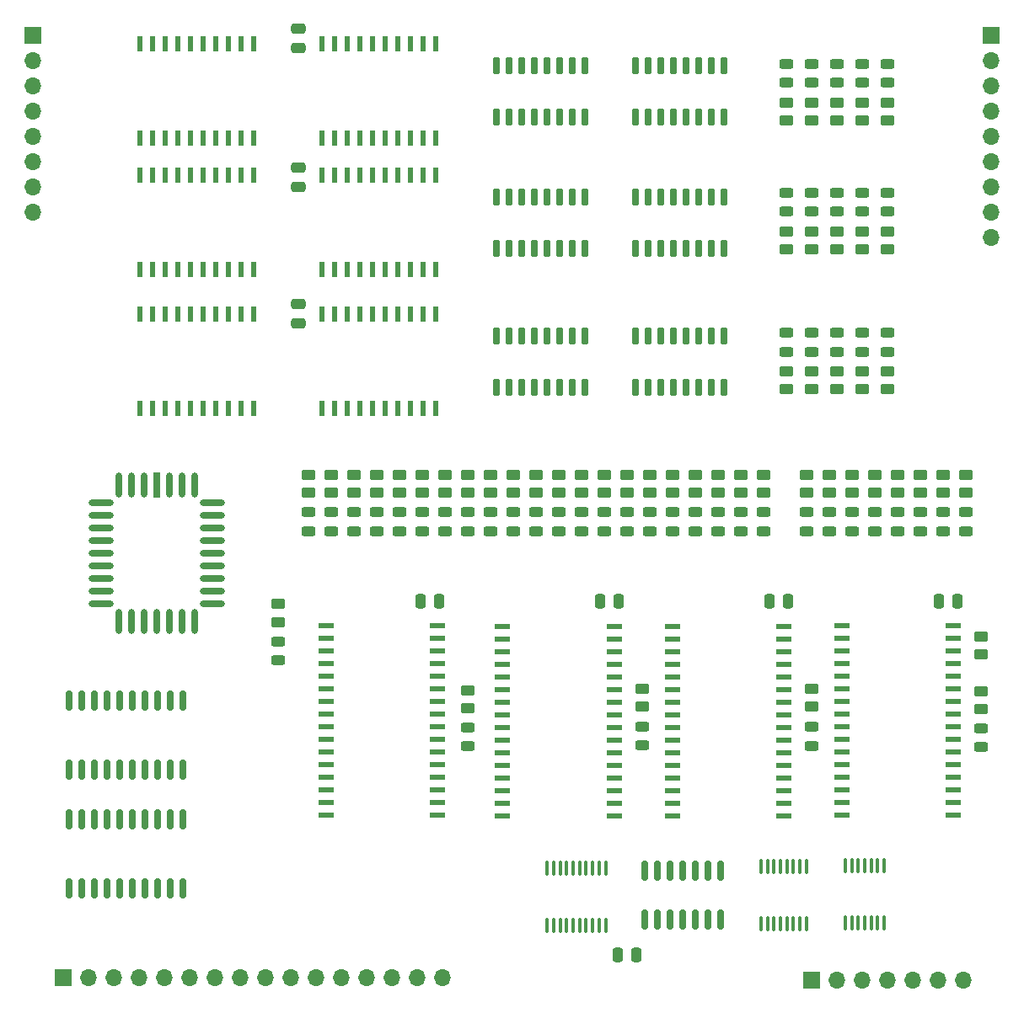
<source format=gbr>
%TF.GenerationSoftware,KiCad,Pcbnew,(6.0.0-0)*%
%TF.CreationDate,2022-03-10T23:02:49-05:00*%
%TF.ProjectId,memory,6d656d6f-7279-42e6-9b69-6361645f7063,rev?*%
%TF.SameCoordinates,Original*%
%TF.FileFunction,Soldermask,Top*%
%TF.FilePolarity,Negative*%
%FSLAX46Y46*%
G04 Gerber Fmt 4.6, Leading zero omitted, Abs format (unit mm)*
G04 Created by KiCad (PCBNEW (6.0.0-0)) date 2022-03-10 23:02:49*
%MOMM*%
%LPD*%
G01*
G04 APERTURE LIST*
G04 Aperture macros list*
%AMRoundRect*
0 Rectangle with rounded corners*
0 $1 Rounding radius*
0 $2 $3 $4 $5 $6 $7 $8 $9 X,Y pos of 4 corners*
0 Add a 4 corners polygon primitive as box body*
4,1,4,$2,$3,$4,$5,$6,$7,$8,$9,$2,$3,0*
0 Add four circle primitives for the rounded corners*
1,1,$1+$1,$2,$3*
1,1,$1+$1,$4,$5*
1,1,$1+$1,$6,$7*
1,1,$1+$1,$8,$9*
0 Add four rect primitives between the rounded corners*
20,1,$1+$1,$2,$3,$4,$5,0*
20,1,$1+$1,$4,$5,$6,$7,0*
20,1,$1+$1,$6,$7,$8,$9,0*
20,1,$1+$1,$8,$9,$2,$3,0*%
G04 Aperture macros list end*
%ADD10RoundRect,0.250000X0.450000X-0.262500X0.450000X0.262500X-0.450000X0.262500X-0.450000X-0.262500X0*%
%ADD11RoundRect,0.250000X0.250000X0.475000X-0.250000X0.475000X-0.250000X-0.475000X0.250000X-0.475000X0*%
%ADD12RoundRect,0.250000X-0.450000X0.262500X-0.450000X-0.262500X0.450000X-0.262500X0.450000X0.262500X0*%
%ADD13RoundRect,0.150000X0.150000X-0.725000X0.150000X0.725000X-0.150000X0.725000X-0.150000X-0.725000X0*%
%ADD14RoundRect,0.243750X-0.456250X0.243750X-0.456250X-0.243750X0.456250X-0.243750X0.456250X0.243750X0*%
%ADD15R,1.600000X0.600000*%
%ADD16R,0.600000X1.500000*%
%ADD17RoundRect,0.243750X0.456250X-0.243750X0.456250X0.243750X-0.456250X0.243750X-0.456250X-0.243750X0*%
%ADD18RoundRect,0.100000X-0.100000X0.637500X-0.100000X-0.637500X0.100000X-0.637500X0.100000X0.637500X0*%
%ADD19RoundRect,0.250000X-0.250000X-0.475000X0.250000X-0.475000X0.250000X0.475000X-0.250000X0.475000X0*%
%ADD20RoundRect,0.150000X-0.150000X0.825000X-0.150000X-0.825000X0.150000X-0.825000X0.150000X0.825000X0*%
%ADD21RoundRect,0.250000X0.475000X-0.250000X0.475000X0.250000X-0.475000X0.250000X-0.475000X-0.250000X0*%
%ADD22RoundRect,0.150000X0.150000X-0.837500X0.150000X0.837500X-0.150000X0.837500X-0.150000X-0.837500X0*%
%ADD23R,0.644962X2.535553*%
%ADD24RoundRect,0.322481X0.000000X-0.945295X0.000000X-0.945295X0.000000X0.945295X0.000000X0.945295X0*%
%ADD25RoundRect,0.322481X-0.945295X0.000000X0.945295X0.000000X0.945295X0.000000X-0.945295X0.000000X0*%
%ADD26R,1.700000X1.700000*%
%ADD27O,1.700000X1.700000*%
G04 APERTURE END LIST*
D10*
%TO.C,R44*%
X167386000Y-36218500D03*
X167386000Y-34393500D03*
%TD*%
D11*
%TO.C,C7*%
X159954000Y-84582000D03*
X158054000Y-84582000D03*
%TD*%
D12*
%TO.C,R28*%
X146050000Y-71835000D03*
X146050000Y-73660000D03*
%TD*%
D13*
%TO.C,U20*%
X130683000Y-63027000D03*
X131953000Y-63027000D03*
X133223000Y-63027000D03*
X134493000Y-63027000D03*
X135763000Y-63027000D03*
X137033000Y-63027000D03*
X138303000Y-63027000D03*
X139573000Y-63027000D03*
X139573000Y-57877000D03*
X138303000Y-57877000D03*
X137033000Y-57877000D03*
X135763000Y-57877000D03*
X134493000Y-57877000D03*
X133223000Y-57877000D03*
X131953000Y-57877000D03*
X130683000Y-57877000D03*
%TD*%
D14*
%TO.C,D13*%
X177800000Y-75620000D03*
X177800000Y-77495000D03*
%TD*%
%TO.C,D29*%
X148336000Y-75620000D03*
X148336000Y-77495000D03*
%TD*%
D12*
%TO.C,R31*%
X152908000Y-71835000D03*
X152908000Y-73660000D03*
%TD*%
%TO.C,R13*%
X177800000Y-71835000D03*
X177800000Y-73660000D03*
%TD*%
D15*
%TO.C,U7*%
X165342000Y-86995000D03*
X165342000Y-88265000D03*
X165342000Y-89535000D03*
X165342000Y-90805000D03*
X165342000Y-92075000D03*
X165342000Y-93345000D03*
X165342000Y-94615000D03*
X165342000Y-95895000D03*
X165342000Y-97145000D03*
X165342000Y-98425000D03*
X165342000Y-99695000D03*
X165342000Y-100965000D03*
X165342000Y-102235000D03*
X165342000Y-103505000D03*
X165342000Y-104775000D03*
X165342000Y-106045000D03*
X176542000Y-106045000D03*
X176542000Y-104775000D03*
X176542000Y-103505000D03*
X176542000Y-102235000D03*
X176542000Y-100965000D03*
X176542000Y-99695000D03*
X176542000Y-98425000D03*
X176542000Y-97145000D03*
X176542000Y-95895000D03*
X176542000Y-94615000D03*
X176542000Y-93345000D03*
X176542000Y-92075000D03*
X176542000Y-90805000D03*
X176542000Y-89535000D03*
X176542000Y-88265000D03*
X176542000Y-86995000D03*
%TD*%
D16*
%TO.C,U15*%
X113157000Y-51232000D03*
X114427000Y-51232000D03*
X115697000Y-51232000D03*
X116967000Y-51232000D03*
X118237000Y-51232000D03*
X119507000Y-51232000D03*
X120777000Y-51232000D03*
X122047000Y-51232000D03*
X123317000Y-51232000D03*
X124587000Y-51232000D03*
X124587000Y-41732000D03*
X123317000Y-41732000D03*
X122047000Y-41732000D03*
X120777000Y-41732000D03*
X119507000Y-41732000D03*
X118237000Y-41732000D03*
X116967000Y-41732000D03*
X115697000Y-41732000D03*
X114427000Y-41732000D03*
X113157000Y-41732000D03*
%TD*%
D12*
%TO.C,R22*%
X132334000Y-71835000D03*
X132334000Y-73660000D03*
%TD*%
D14*
%TO.C,D21*%
X130048000Y-75620000D03*
X130048000Y-77495000D03*
%TD*%
%TO.C,D26*%
X141478000Y-75620000D03*
X141478000Y-77495000D03*
%TD*%
D15*
%TO.C,U4*%
X113526000Y-86995000D03*
X113526000Y-88265000D03*
X113526000Y-89535000D03*
X113526000Y-90805000D03*
X113526000Y-92075000D03*
X113526000Y-93345000D03*
X113526000Y-94615000D03*
X113526000Y-95895000D03*
X113526000Y-97145000D03*
X113526000Y-98425000D03*
X113526000Y-99695000D03*
X113526000Y-100965000D03*
X113526000Y-102235000D03*
X113526000Y-103505000D03*
X113526000Y-104775000D03*
X113526000Y-106045000D03*
X124726000Y-106045000D03*
X124726000Y-104775000D03*
X124726000Y-103505000D03*
X124726000Y-102235000D03*
X124726000Y-100965000D03*
X124726000Y-99695000D03*
X124726000Y-98425000D03*
X124726000Y-97145000D03*
X124726000Y-95895000D03*
X124726000Y-94615000D03*
X124726000Y-93345000D03*
X124726000Y-92075000D03*
X124726000Y-90805000D03*
X124726000Y-89535000D03*
X124726000Y-88265000D03*
X124726000Y-86995000D03*
%TD*%
D12*
%TO.C,R9*%
X168656000Y-71835000D03*
X168656000Y-73660000D03*
%TD*%
D17*
%TO.C,D39*%
X169926000Y-45387500D03*
X169926000Y-43512500D03*
%TD*%
D14*
%TO.C,D18*%
X123198000Y-75620000D03*
X123198000Y-77495000D03*
%TD*%
D18*
%TO.C,U1*%
X169590000Y-111183500D03*
X168940000Y-111183500D03*
X168290000Y-111183500D03*
X167640000Y-111183500D03*
X166990000Y-111183500D03*
X166340000Y-111183500D03*
X165690000Y-111183500D03*
X165690000Y-116908500D03*
X166340000Y-116908500D03*
X166990000Y-116908500D03*
X167640000Y-116908500D03*
X168290000Y-116908500D03*
X168940000Y-116908500D03*
X169590000Y-116908500D03*
%TD*%
D14*
%TO.C,D11*%
X173228000Y-75620000D03*
X173228000Y-77495000D03*
%TD*%
D16*
%TO.C,U14*%
X94869000Y-51232000D03*
X96139000Y-51232000D03*
X97409000Y-51232000D03*
X98679000Y-51232000D03*
X99949000Y-51232000D03*
X101219000Y-51232000D03*
X102489000Y-51232000D03*
X103759000Y-51232000D03*
X105029000Y-51232000D03*
X106299000Y-51232000D03*
X106299000Y-41732000D03*
X105029000Y-41732000D03*
X103759000Y-41732000D03*
X102489000Y-41732000D03*
X101219000Y-41732000D03*
X99949000Y-41732000D03*
X98679000Y-41732000D03*
X97409000Y-41732000D03*
X96139000Y-41732000D03*
X94869000Y-41732000D03*
%TD*%
D17*
%TO.C,D44*%
X169926000Y-32433500D03*
X169926000Y-30558500D03*
%TD*%
D10*
%TO.C,R45*%
X169926000Y-36218500D03*
X169926000Y-34393500D03*
%TD*%
%TO.C,R46*%
X159766000Y-63246000D03*
X159766000Y-61421000D03*
%TD*%
%TO.C,R42*%
X162306000Y-36218500D03*
X162306000Y-34393500D03*
%TD*%
D19*
%TO.C,C8*%
X142814000Y-120142000D03*
X144714000Y-120142000D03*
%TD*%
D14*
%TO.C,D20*%
X127762000Y-75620000D03*
X127762000Y-77495000D03*
%TD*%
D12*
%TO.C,R18*%
X123194000Y-71835000D03*
X123194000Y-73660000D03*
%TD*%
D14*
%TO.C,D15*%
X162306000Y-97210000D03*
X162306000Y-99085000D03*
%TD*%
D12*
%TO.C,R33*%
X157480000Y-71835000D03*
X157480000Y-73660000D03*
%TD*%
D15*
%TO.C,U6*%
X148300000Y-87122000D03*
X148300000Y-88392000D03*
X148300000Y-89662000D03*
X148300000Y-90932000D03*
X148300000Y-92202000D03*
X148300000Y-93472000D03*
X148300000Y-94742000D03*
X148300000Y-96022000D03*
X148300000Y-97272000D03*
X148300000Y-98552000D03*
X148300000Y-99822000D03*
X148300000Y-101092000D03*
X148300000Y-102362000D03*
X148300000Y-103632000D03*
X148300000Y-104902000D03*
X148300000Y-106172000D03*
X159500000Y-106172000D03*
X159500000Y-104902000D03*
X159500000Y-103632000D03*
X159500000Y-102362000D03*
X159500000Y-101092000D03*
X159500000Y-99822000D03*
X159500000Y-98552000D03*
X159500000Y-97272000D03*
X159500000Y-96022000D03*
X159500000Y-94742000D03*
X159500000Y-93472000D03*
X159500000Y-92202000D03*
X159500000Y-90932000D03*
X159500000Y-89662000D03*
X159500000Y-88392000D03*
X159500000Y-87122000D03*
%TD*%
D12*
%TO.C,R2*%
X114046000Y-71835000D03*
X114046000Y-73660000D03*
%TD*%
D14*
%TO.C,D17*%
X127762000Y-97282000D03*
X127762000Y-99157000D03*
%TD*%
D12*
%TO.C,R16*%
X145288000Y-93321500D03*
X145288000Y-95146500D03*
%TD*%
D17*
%TO.C,D38*%
X167386000Y-45387500D03*
X167386000Y-43512500D03*
%TD*%
D14*
%TO.C,D23*%
X134620000Y-75620000D03*
X134620000Y-77495000D03*
%TD*%
D12*
%TO.C,R3*%
X116332000Y-71835000D03*
X116332000Y-73660000D03*
%TD*%
D17*
%TO.C,D40*%
X159766000Y-32433500D03*
X159766000Y-30558500D03*
%TD*%
D13*
%TO.C,U16*%
X130683000Y-35849000D03*
X131953000Y-35849000D03*
X133223000Y-35849000D03*
X134493000Y-35849000D03*
X135763000Y-35849000D03*
X137033000Y-35849000D03*
X138303000Y-35849000D03*
X139573000Y-35849000D03*
X139573000Y-30699000D03*
X138303000Y-30699000D03*
X137033000Y-30699000D03*
X135763000Y-30699000D03*
X134493000Y-30699000D03*
X133223000Y-30699000D03*
X131953000Y-30699000D03*
X130683000Y-30699000D03*
%TD*%
D14*
%TO.C,D3*%
X116332000Y-75620000D03*
X116332000Y-77495000D03*
%TD*%
D20*
%TO.C,U2*%
X153162000Y-111637000D03*
X151892000Y-111637000D03*
X150622000Y-111637000D03*
X149352000Y-111637000D03*
X148082000Y-111637000D03*
X146812000Y-111637000D03*
X145542000Y-111637000D03*
X145542000Y-116587000D03*
X146812000Y-116587000D03*
X148082000Y-116587000D03*
X149352000Y-116587000D03*
X150622000Y-116587000D03*
X151892000Y-116587000D03*
X153162000Y-116587000D03*
%TD*%
D10*
%TO.C,R47*%
X162306000Y-63246000D03*
X162306000Y-61421000D03*
%TD*%
D14*
%TO.C,D25*%
X139192000Y-75620000D03*
X139192000Y-77495000D03*
%TD*%
D17*
%TO.C,D45*%
X159766000Y-59461000D03*
X159766000Y-57586000D03*
%TD*%
%TO.C,D49*%
X169926000Y-59461000D03*
X169926000Y-57586000D03*
%TD*%
D12*
%TO.C,R35*%
X108712000Y-84836000D03*
X108712000Y-86661000D03*
%TD*%
D14*
%TO.C,D10*%
X170942000Y-75620000D03*
X170942000Y-77495000D03*
%TD*%
%TO.C,D16*%
X145288000Y-97185000D03*
X145288000Y-99060000D03*
%TD*%
D10*
%TO.C,R38*%
X164846000Y-49172500D03*
X164846000Y-47347500D03*
%TD*%
%TO.C,R36*%
X159766000Y-49172500D03*
X159766000Y-47347500D03*
%TD*%
D12*
%TO.C,R8*%
X166370000Y-71835000D03*
X166370000Y-73660000D03*
%TD*%
D14*
%TO.C,D7*%
X164084000Y-75620000D03*
X164084000Y-77495000D03*
%TD*%
D12*
%TO.C,R12*%
X175514000Y-71835000D03*
X175514000Y-73660000D03*
%TD*%
%TO.C,R14*%
X179324000Y-93575500D03*
X179324000Y-95400500D03*
%TD*%
D10*
%TO.C,R43*%
X164846000Y-36218500D03*
X164846000Y-34393500D03*
%TD*%
D17*
%TO.C,D35*%
X159766000Y-45387500D03*
X159766000Y-43512500D03*
%TD*%
D11*
%TO.C,C6*%
X124902000Y-84582000D03*
X123002000Y-84582000D03*
%TD*%
D14*
%TO.C,D12*%
X175514000Y-75620000D03*
X175514000Y-77495000D03*
%TD*%
D12*
%TO.C,R5*%
X120904000Y-71835000D03*
X120904000Y-73660000D03*
%TD*%
D14*
%TO.C,D19*%
X125476000Y-75620000D03*
X125476000Y-77495000D03*
%TD*%
D16*
%TO.C,U22*%
X94869000Y-65202000D03*
X96139000Y-65202000D03*
X97409000Y-65202000D03*
X98679000Y-65202000D03*
X99949000Y-65202000D03*
X101219000Y-65202000D03*
X102489000Y-65202000D03*
X103759000Y-65202000D03*
X105029000Y-65202000D03*
X106299000Y-65202000D03*
X106299000Y-55702000D03*
X105029000Y-55702000D03*
X103759000Y-55702000D03*
X102489000Y-55702000D03*
X101219000Y-55702000D03*
X99949000Y-55702000D03*
X98679000Y-55702000D03*
X97409000Y-55702000D03*
X96139000Y-55702000D03*
X94869000Y-55702000D03*
%TD*%
D12*
%TO.C,R10*%
X170942000Y-71835000D03*
X170942000Y-73660000D03*
%TD*%
D17*
%TO.C,D37*%
X164846000Y-45387500D03*
X164846000Y-43512500D03*
%TD*%
D14*
%TO.C,D5*%
X120904000Y-75620000D03*
X120904000Y-77495000D03*
%TD*%
D12*
%TO.C,R29*%
X148336000Y-71835000D03*
X148336000Y-73660000D03*
%TD*%
D17*
%TO.C,D47*%
X164846000Y-59461000D03*
X164846000Y-57586000D03*
%TD*%
D14*
%TO.C,D14*%
X179324000Y-97360500D03*
X179324000Y-99235500D03*
%TD*%
D13*
%TO.C,U17*%
X144653000Y-35849000D03*
X145923000Y-35849000D03*
X147193000Y-35849000D03*
X148463000Y-35849000D03*
X149733000Y-35849000D03*
X151003000Y-35849000D03*
X152273000Y-35849000D03*
X153543000Y-35849000D03*
X153543000Y-30699000D03*
X152273000Y-30699000D03*
X151003000Y-30699000D03*
X149733000Y-30699000D03*
X148463000Y-30699000D03*
X147193000Y-30699000D03*
X145923000Y-30699000D03*
X144653000Y-30699000D03*
%TD*%
D12*
%TO.C,R21*%
X130048000Y-71835000D03*
X130048000Y-73660000D03*
%TD*%
D10*
%TO.C,R39*%
X167386000Y-49172500D03*
X167386000Y-47347500D03*
%TD*%
D15*
%TO.C,U5*%
X131258000Y-87122000D03*
X131258000Y-88392000D03*
X131258000Y-89662000D03*
X131258000Y-90932000D03*
X131258000Y-92202000D03*
X131258000Y-93472000D03*
X131258000Y-94742000D03*
X131258000Y-96022000D03*
X131258000Y-97272000D03*
X131258000Y-98552000D03*
X131258000Y-99822000D03*
X131258000Y-101092000D03*
X131258000Y-102362000D03*
X131258000Y-103632000D03*
X131258000Y-104902000D03*
X131258000Y-106172000D03*
X142458000Y-106172000D03*
X142458000Y-104902000D03*
X142458000Y-103632000D03*
X142458000Y-102362000D03*
X142458000Y-101092000D03*
X142458000Y-99822000D03*
X142458000Y-98552000D03*
X142458000Y-97272000D03*
X142458000Y-96022000D03*
X142458000Y-94742000D03*
X142458000Y-93472000D03*
X142458000Y-92202000D03*
X142458000Y-90932000D03*
X142458000Y-89662000D03*
X142458000Y-88392000D03*
X142458000Y-87122000D03*
%TD*%
D17*
%TO.C,D42*%
X164846000Y-32433500D03*
X164846000Y-30558500D03*
%TD*%
D12*
%TO.C,R30*%
X150622000Y-71835000D03*
X150622000Y-73660000D03*
%TD*%
D14*
%TO.C,D22*%
X132334000Y-75620000D03*
X132334000Y-77495000D03*
%TD*%
D12*
%TO.C,R17*%
X127762000Y-93497000D03*
X127762000Y-95322000D03*
%TD*%
D21*
%TO.C,C2*%
X110744000Y-28890000D03*
X110744000Y-26990000D03*
%TD*%
D10*
%TO.C,R50*%
X169926000Y-63246000D03*
X169926000Y-61421000D03*
%TD*%
D14*
%TO.C,D2*%
X114046000Y-75620000D03*
X114046000Y-77495000D03*
%TD*%
D13*
%TO.C,U13*%
X144653000Y-49057000D03*
X145923000Y-49057000D03*
X147193000Y-49057000D03*
X148463000Y-49057000D03*
X149733000Y-49057000D03*
X151003000Y-49057000D03*
X152273000Y-49057000D03*
X153543000Y-49057000D03*
X153543000Y-43907000D03*
X152273000Y-43907000D03*
X151003000Y-43907000D03*
X149733000Y-43907000D03*
X148463000Y-43907000D03*
X147193000Y-43907000D03*
X145923000Y-43907000D03*
X144653000Y-43907000D03*
%TD*%
D22*
%TO.C,U9*%
X87757000Y-101506500D03*
X89027000Y-101506500D03*
X90297000Y-101506500D03*
X91567000Y-101506500D03*
X92837000Y-101506500D03*
X94107000Y-101506500D03*
X95377000Y-101506500D03*
X96647000Y-101506500D03*
X97917000Y-101506500D03*
X99187000Y-101506500D03*
X99187000Y-94581500D03*
X97917000Y-94581500D03*
X96647000Y-94581500D03*
X95377000Y-94581500D03*
X94107000Y-94581500D03*
X92837000Y-94581500D03*
X91567000Y-94581500D03*
X90297000Y-94581500D03*
X89027000Y-94581500D03*
X87757000Y-94581500D03*
%TD*%
D17*
%TO.C,D41*%
X162306000Y-32433500D03*
X162306000Y-30558500D03*
%TD*%
D11*
%TO.C,C5*%
X176972000Y-84582000D03*
X175072000Y-84582000D03*
%TD*%
D18*
%TO.C,U8*%
X141609000Y-111437500D03*
X140959000Y-111437500D03*
X140309000Y-111437500D03*
X139659000Y-111437500D03*
X139009000Y-111437500D03*
X138359000Y-111437500D03*
X137709000Y-111437500D03*
X137059000Y-111437500D03*
X136409000Y-111437500D03*
X135759000Y-111437500D03*
X135759000Y-117162500D03*
X136409000Y-117162500D03*
X137059000Y-117162500D03*
X137709000Y-117162500D03*
X138359000Y-117162500D03*
X139009000Y-117162500D03*
X139659000Y-117162500D03*
X140309000Y-117162500D03*
X140959000Y-117162500D03*
X141609000Y-117162500D03*
%TD*%
D14*
%TO.C,D4*%
X118618000Y-75620000D03*
X118618000Y-77495000D03*
%TD*%
%TO.C,D34*%
X108712000Y-88621000D03*
X108712000Y-90496000D03*
%TD*%
%TO.C,D8*%
X166370000Y-75620000D03*
X166370000Y-77495000D03*
%TD*%
D12*
%TO.C,R11*%
X173228000Y-71835000D03*
X173228000Y-73660000D03*
%TD*%
D14*
%TO.C,D31*%
X152908000Y-75620000D03*
X152908000Y-77495000D03*
%TD*%
D10*
%TO.C,R48*%
X164846000Y-63246000D03*
X164846000Y-61421000D03*
%TD*%
D12*
%TO.C,R20*%
X127762000Y-71835000D03*
X127762000Y-73660000D03*
%TD*%
%TO.C,R19*%
X125476000Y-71835000D03*
X125476000Y-73660000D03*
%TD*%
%TO.C,R32*%
X155194000Y-71835000D03*
X155194000Y-73660000D03*
%TD*%
D14*
%TO.C,D1*%
X111760000Y-75620000D03*
X111760000Y-77495000D03*
%TD*%
D17*
%TO.C,D36*%
X162306000Y-45387500D03*
X162306000Y-43512500D03*
%TD*%
D14*
%TO.C,D30*%
X150622000Y-75620000D03*
X150622000Y-77495000D03*
%TD*%
D12*
%TO.C,R6*%
X161798000Y-71835000D03*
X161798000Y-73660000D03*
%TD*%
D22*
%TO.C,U10*%
X87757000Y-113444500D03*
X89027000Y-113444500D03*
X90297000Y-113444500D03*
X91567000Y-113444500D03*
X92837000Y-113444500D03*
X94107000Y-113444500D03*
X95377000Y-113444500D03*
X96647000Y-113444500D03*
X97917000Y-113444500D03*
X99187000Y-113444500D03*
X99187000Y-106519500D03*
X97917000Y-106519500D03*
X96647000Y-106519500D03*
X95377000Y-106519500D03*
X94107000Y-106519500D03*
X92837000Y-106519500D03*
X91567000Y-106519500D03*
X90297000Y-106519500D03*
X89027000Y-106519500D03*
X87757000Y-106519500D03*
%TD*%
D10*
%TO.C,R41*%
X159766000Y-36218500D03*
X159766000Y-34393500D03*
%TD*%
D14*
%TO.C,D6*%
X161798000Y-75620000D03*
X161798000Y-77495000D03*
%TD*%
%TO.C,D33*%
X157480000Y-75620000D03*
X157480000Y-77495000D03*
%TD*%
D21*
%TO.C,C1*%
X110744000Y-42860000D03*
X110744000Y-40960000D03*
%TD*%
D14*
%TO.C,D28*%
X146050000Y-75620000D03*
X146050000Y-77495000D03*
%TD*%
D17*
%TO.C,D43*%
X167386000Y-32433500D03*
X167386000Y-30558500D03*
%TD*%
D12*
%TO.C,R15*%
X162306000Y-93321500D03*
X162306000Y-95146500D03*
%TD*%
%TO.C,R7*%
X164084000Y-71835000D03*
X164084000Y-73660000D03*
%TD*%
%TO.C,R27*%
X143764000Y-71835000D03*
X143764000Y-73660000D03*
%TD*%
D11*
%TO.C,C4*%
X142936000Y-84582000D03*
X141036000Y-84582000D03*
%TD*%
D21*
%TO.C,C3*%
X110744000Y-56576000D03*
X110744000Y-54676000D03*
%TD*%
D16*
%TO.C,U19*%
X113157000Y-38024000D03*
X114427000Y-38024000D03*
X115697000Y-38024000D03*
X116967000Y-38024000D03*
X118237000Y-38024000D03*
X119507000Y-38024000D03*
X120777000Y-38024000D03*
X122047000Y-38024000D03*
X123317000Y-38024000D03*
X124587000Y-38024000D03*
X124587000Y-28524000D03*
X123317000Y-28524000D03*
X122047000Y-28524000D03*
X120777000Y-28524000D03*
X119507000Y-28524000D03*
X118237000Y-28524000D03*
X116967000Y-28524000D03*
X115697000Y-28524000D03*
X114427000Y-28524000D03*
X113157000Y-28524000D03*
%TD*%
D17*
%TO.C,D48*%
X167386000Y-59461000D03*
X167386000Y-57586000D03*
%TD*%
D14*
%TO.C,D27*%
X143764000Y-75620000D03*
X143764000Y-77495000D03*
%TD*%
%TO.C,D32*%
X155194000Y-75620000D03*
X155194000Y-77495000D03*
%TD*%
%TO.C,D24*%
X136906000Y-75620000D03*
X136906000Y-77495000D03*
%TD*%
D12*
%TO.C,R23*%
X134620000Y-71835000D03*
X134620000Y-73660000D03*
%TD*%
%TO.C,R1*%
X111760000Y-71835000D03*
X111760000Y-73660000D03*
%TD*%
D10*
%TO.C,R34*%
X179324000Y-89916000D03*
X179324000Y-88091000D03*
%TD*%
%TO.C,R37*%
X162306000Y-49172500D03*
X162306000Y-47347500D03*
%TD*%
D12*
%TO.C,R25*%
X139192000Y-71835000D03*
X139192000Y-73660000D03*
%TD*%
D13*
%TO.C,U21*%
X144653000Y-63027000D03*
X145923000Y-63027000D03*
X147193000Y-63027000D03*
X148463000Y-63027000D03*
X149733000Y-63027000D03*
X151003000Y-63027000D03*
X152273000Y-63027000D03*
X153543000Y-63027000D03*
X153543000Y-57877000D03*
X152273000Y-57877000D03*
X151003000Y-57877000D03*
X149733000Y-57877000D03*
X148463000Y-57877000D03*
X147193000Y-57877000D03*
X145923000Y-57877000D03*
X144653000Y-57877000D03*
%TD*%
D12*
%TO.C,R4*%
X118618000Y-71835000D03*
X118618000Y-73660000D03*
%TD*%
D23*
%TO.C,U11*%
X96520000Y-72912448D03*
D24*
X95250000Y-72912448D03*
X93980000Y-72912448D03*
X92710000Y-72912448D03*
D25*
X90946448Y-74676000D03*
X90946448Y-75946000D03*
X90946448Y-77216000D03*
X90946448Y-78486000D03*
X90946448Y-79756000D03*
X90946448Y-81026000D03*
X90946448Y-82296000D03*
X90946448Y-83566000D03*
X90946448Y-84836000D03*
D24*
X92710000Y-86599553D03*
X93980000Y-86599553D03*
X95250000Y-86599553D03*
X96520000Y-86599553D03*
X97790000Y-86599553D03*
X99060000Y-86599553D03*
X100330000Y-86599553D03*
D25*
X102093553Y-84836000D03*
X102093553Y-83566000D03*
X102093553Y-82296000D03*
X102093553Y-81026000D03*
X102093553Y-79756000D03*
X102093553Y-78486000D03*
X102093553Y-77216000D03*
X102093553Y-75946000D03*
X102093553Y-74676000D03*
D24*
X100330000Y-72912448D03*
X99060000Y-72912448D03*
X97790000Y-72912448D03*
%TD*%
D16*
%TO.C,U23*%
X113157000Y-65202000D03*
X114427000Y-65202000D03*
X115697000Y-65202000D03*
X116967000Y-65202000D03*
X118237000Y-65202000D03*
X119507000Y-65202000D03*
X120777000Y-65202000D03*
X122047000Y-65202000D03*
X123317000Y-65202000D03*
X124587000Y-65202000D03*
X124587000Y-55702000D03*
X123317000Y-55702000D03*
X122047000Y-55702000D03*
X120777000Y-55702000D03*
X119507000Y-55702000D03*
X118237000Y-55702000D03*
X116967000Y-55702000D03*
X115697000Y-55702000D03*
X114427000Y-55702000D03*
X113157000Y-55702000D03*
%TD*%
D12*
%TO.C,R26*%
X141478000Y-71835000D03*
X141478000Y-73660000D03*
%TD*%
D16*
%TO.C,U18*%
X94869000Y-38024000D03*
X96139000Y-38024000D03*
X97409000Y-38024000D03*
X98679000Y-38024000D03*
X99949000Y-38024000D03*
X101219000Y-38024000D03*
X102489000Y-38024000D03*
X103759000Y-38024000D03*
X105029000Y-38024000D03*
X106299000Y-38024000D03*
X106299000Y-28524000D03*
X105029000Y-28524000D03*
X103759000Y-28524000D03*
X102489000Y-28524000D03*
X101219000Y-28524000D03*
X99949000Y-28524000D03*
X98679000Y-28524000D03*
X97409000Y-28524000D03*
X96139000Y-28524000D03*
X94869000Y-28524000D03*
%TD*%
D17*
%TO.C,D46*%
X162306000Y-59461000D03*
X162306000Y-57586000D03*
%TD*%
D10*
%TO.C,R49*%
X167386000Y-63246000D03*
X167386000Y-61421000D03*
%TD*%
D13*
%TO.C,U12*%
X130683000Y-49057000D03*
X131953000Y-49057000D03*
X133223000Y-49057000D03*
X134493000Y-49057000D03*
X135763000Y-49057000D03*
X137033000Y-49057000D03*
X138303000Y-49057000D03*
X139573000Y-49057000D03*
X139573000Y-43907000D03*
X138303000Y-43907000D03*
X137033000Y-43907000D03*
X135763000Y-43907000D03*
X134493000Y-43907000D03*
X133223000Y-43907000D03*
X131953000Y-43907000D03*
X130683000Y-43907000D03*
%TD*%
D18*
%TO.C,U3*%
X161787000Y-111249500D03*
X161137000Y-111249500D03*
X160487000Y-111249500D03*
X159837000Y-111249500D03*
X159187000Y-111249500D03*
X158537000Y-111249500D03*
X157887000Y-111249500D03*
X157237000Y-111249500D03*
X157237000Y-116974500D03*
X157887000Y-116974500D03*
X158537000Y-116974500D03*
X159187000Y-116974500D03*
X159837000Y-116974500D03*
X160487000Y-116974500D03*
X161137000Y-116974500D03*
X161787000Y-116974500D03*
%TD*%
D12*
%TO.C,R24*%
X136906000Y-71835000D03*
X136906000Y-73660000D03*
%TD*%
D14*
%TO.C,D9*%
X168656000Y-75620000D03*
X168656000Y-77495000D03*
%TD*%
D10*
%TO.C,R40*%
X169926000Y-49172500D03*
X169926000Y-47347500D03*
%TD*%
D26*
%TO.C,J2*%
X84074000Y-27686000D03*
D27*
X84074000Y-30226000D03*
X84074000Y-32766000D03*
X84074000Y-35306000D03*
X84074000Y-37846000D03*
X84074000Y-40386000D03*
X84074000Y-42926000D03*
X84074000Y-45466000D03*
%TD*%
D26*
%TO.C,J4*%
X180340000Y-27696000D03*
D27*
X180340000Y-30236000D03*
X180340000Y-32776000D03*
X180340000Y-35316000D03*
X180340000Y-37856000D03*
X180340000Y-40396000D03*
X180340000Y-42936000D03*
X180340000Y-45476000D03*
X180340000Y-48016000D03*
%TD*%
D26*
%TO.C,J1*%
X162306000Y-122682000D03*
D27*
X164846000Y-122682000D03*
X167386000Y-122682000D03*
X169926000Y-122682000D03*
X172466000Y-122682000D03*
X175006000Y-122682000D03*
X177546000Y-122682000D03*
%TD*%
D26*
%TO.C,J3*%
X87122000Y-122428000D03*
D27*
X89662000Y-122428000D03*
X92202000Y-122428000D03*
X94742000Y-122428000D03*
X97282000Y-122428000D03*
X99822000Y-122428000D03*
X102362000Y-122428000D03*
X104902000Y-122428000D03*
X107442000Y-122428000D03*
X109982000Y-122428000D03*
X112522000Y-122428000D03*
X115062000Y-122428000D03*
X117602000Y-122428000D03*
X120142000Y-122428000D03*
X122682000Y-122428000D03*
X125222000Y-122428000D03*
%TD*%
M02*

</source>
